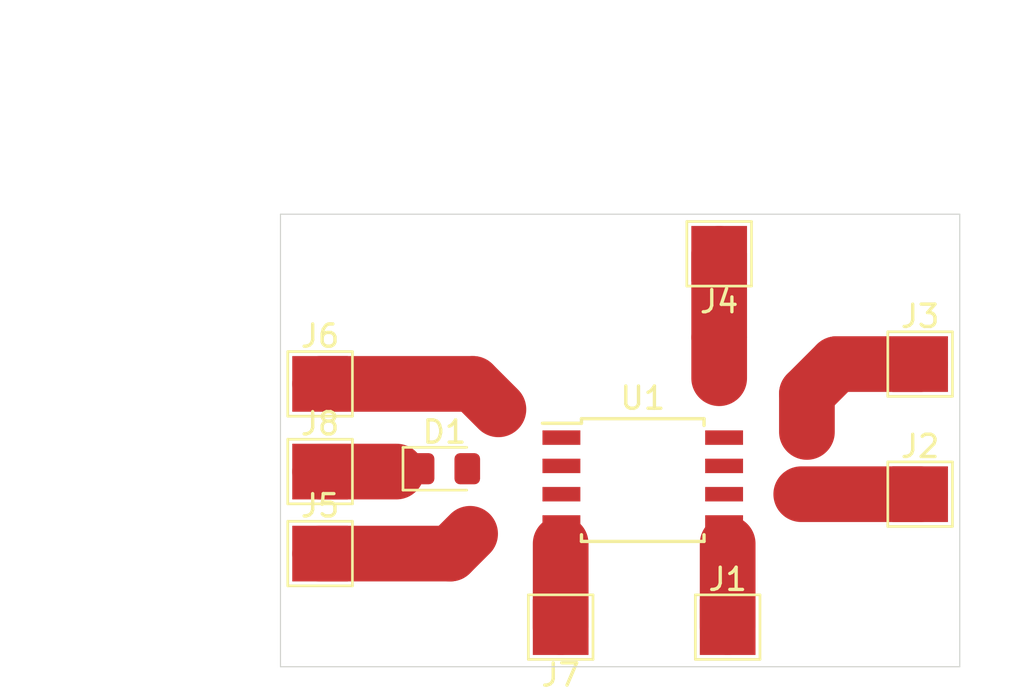
<source format=kicad_pcb>
(kicad_pcb (version 20171130) (host pcbnew "(5.1.2)-1")

  (general
    (thickness 1.6)
    (drawings 6)
    (tracks 13)
    (zones 0)
    (modules 10)
    (nets 9)
  )

  (page A4)
  (layers
    (0 F.Cu signal)
    (31 B.Cu signal)
    (32 B.Adhes user)
    (33 F.Adhes user)
    (34 B.Paste user)
    (35 F.Paste user)
    (36 B.SilkS user)
    (37 F.SilkS user)
    (38 B.Mask user)
    (39 F.Mask user)
    (40 Dwgs.User user)
    (41 Cmts.User user)
    (42 Eco1.User user)
    (43 Eco2.User user)
    (44 Edge.Cuts user)
    (45 Margin user)
    (46 B.CrtYd user)
    (47 F.CrtYd user)
    (48 B.Fab user)
    (49 F.Fab user)
  )

  (setup
    (last_trace_width 2.5)
    (user_trace_width 2.5)
    (trace_clearance 0.2)
    (zone_clearance 0.508)
    (zone_45_only no)
    (trace_min 0.2)
    (via_size 0.8)
    (via_drill 0.4)
    (via_min_size 0.4)
    (via_min_drill 0.3)
    (uvia_size 0.3)
    (uvia_drill 0.1)
    (uvias_allowed no)
    (uvia_min_size 0.2)
    (uvia_min_drill 0.1)
    (edge_width 0.05)
    (segment_width 0.2)
    (pcb_text_width 0.3)
    (pcb_text_size 1.5 1.5)
    (mod_edge_width 0.12)
    (mod_text_size 1 1)
    (mod_text_width 0.15)
    (pad_size 1.524 1.524)
    (pad_drill 0.762)
    (pad_to_mask_clearance 0.051)
    (solder_mask_min_width 0.25)
    (aux_axis_origin 0 0)
    (visible_elements FFFFFF7F)
    (pcbplotparams
      (layerselection 0x010fc_ffffffff)
      (usegerberextensions false)
      (usegerberattributes false)
      (usegerberadvancedattributes false)
      (creategerberjobfile false)
      (excludeedgelayer true)
      (linewidth 0.100000)
      (plotframeref false)
      (viasonmask false)
      (mode 1)
      (useauxorigin false)
      (hpglpennumber 1)
      (hpglpenspeed 20)
      (hpglpendiameter 15.000000)
      (psnegative false)
      (psa4output false)
      (plotreference true)
      (plotvalue true)
      (plotinvisibletext false)
      (padsonsilk false)
      (subtractmaskfromsilk false)
      (outputformat 1)
      (mirror false)
      (drillshape 1)
      (scaleselection 1)
      (outputdirectory ""))
  )

  (net 0 "")
  (net 1 VCC)
  (net 2 GND)
  (net 3 "Net-(J3-Pad1)")
  (net 4 "Net-(J2-Pad1)")
  (net 5 "Net-(J1-Pad1)")
  (net 6 "Net-(J5-Pad1)")
  (net 7 /LED_PIN)
  (net 8 "Net-(J6-Pad1)")

  (net_class Default "This is the default net class."
    (clearance 0.2)
    (trace_width 0.25)
    (via_dia 0.8)
    (via_drill 0.4)
    (uvia_dia 0.3)
    (uvia_drill 0.1)
    (add_net /LED_PIN)
    (add_net GND)
    (add_net "Net-(J1-Pad1)")
    (add_net "Net-(J2-Pad1)")
    (add_net "Net-(J3-Pad1)")
    (add_net "Net-(J5-Pad1)")
    (add_net "Net-(J6-Pad1)")
    (add_net VCC)
  )

  (module TestPoint:TestPoint_Pad_2.5x2.5mm (layer F.Cu) (tedit 5A0F774F) (tstamp 5E47548E)
    (at 128.778 75.057)
    (descr "SMD rectangular pad as test Point, square 2.5mm side length")
    (tags "test point SMD pad rectangle square")
    (path /5E4A1E51)
    (attr virtual)
    (fp_text reference J8 (at 0 -2.148) (layer F.SilkS)
      (effects (font (size 1 1) (thickness 0.15)))
    )
    (fp_text value Conn_01x01 (at 0 2.25) (layer F.Fab)
      (effects (font (size 1 1) (thickness 0.15)))
    )
    (fp_line (start 1.75 1.75) (end -1.75 1.75) (layer F.CrtYd) (width 0.05))
    (fp_line (start 1.75 1.75) (end 1.75 -1.75) (layer F.CrtYd) (width 0.05))
    (fp_line (start -1.75 -1.75) (end -1.75 1.75) (layer F.CrtYd) (width 0.05))
    (fp_line (start -1.75 -1.75) (end 1.75 -1.75) (layer F.CrtYd) (width 0.05))
    (fp_line (start -1.45 1.45) (end -1.45 -1.45) (layer F.SilkS) (width 0.12))
    (fp_line (start 1.45 1.45) (end -1.45 1.45) (layer F.SilkS) (width 0.12))
    (fp_line (start 1.45 -1.45) (end 1.45 1.45) (layer F.SilkS) (width 0.12))
    (fp_line (start -1.45 -1.45) (end 1.45 -1.45) (layer F.SilkS) (width 0.12))
    (fp_text user %R (at 0 -2.15) (layer F.Fab)
      (effects (font (size 1 1) (thickness 0.15)))
    )
    (pad 1 smd rect (at 0 0) (size 2.5 2.5) (layers F.Cu F.Mask)
      (net 2 GND))
  )

  (module TestPoint:TestPoint_Pad_2.5x2.5mm (layer F.Cu) (tedit 5A0F774F) (tstamp 5E475199)
    (at 139.573 82.042 180)
    (descr "SMD rectangular pad as test Point, square 2.5mm side length")
    (tags "test point SMD pad rectangle square")
    (path /5E49DFE7)
    (attr virtual)
    (fp_text reference J7 (at 0 -2.148) (layer F.SilkS)
      (effects (font (size 1 1) (thickness 0.15)))
    )
    (fp_text value Conn_01x01 (at 0 2.25) (layer F.Fab)
      (effects (font (size 1 1) (thickness 0.15)))
    )
    (fp_line (start 1.75 1.75) (end -1.75 1.75) (layer F.CrtYd) (width 0.05))
    (fp_line (start 1.75 1.75) (end 1.75 -1.75) (layer F.CrtYd) (width 0.05))
    (fp_line (start -1.75 -1.75) (end -1.75 1.75) (layer F.CrtYd) (width 0.05))
    (fp_line (start -1.75 -1.75) (end 1.75 -1.75) (layer F.CrtYd) (width 0.05))
    (fp_line (start -1.45 1.45) (end -1.45 -1.45) (layer F.SilkS) (width 0.12))
    (fp_line (start 1.45 1.45) (end -1.45 1.45) (layer F.SilkS) (width 0.12))
    (fp_line (start 1.45 -1.45) (end 1.45 1.45) (layer F.SilkS) (width 0.12))
    (fp_line (start -1.45 -1.45) (end 1.45 -1.45) (layer F.SilkS) (width 0.12))
    (fp_text user %R (at 0 -2.15) (layer F.Fab)
      (effects (font (size 1 1) (thickness 0.15)))
    )
    (pad 1 smd rect (at 0 0 180) (size 2.5 2.5) (layers F.Cu F.Mask)
      (net 2 GND))
  )

  (module TestPoint:TestPoint_Pad_2.5x2.5mm (layer F.Cu) (tedit 5A0F774F) (tstamp 5E475157)
    (at 146.685 65.278 180)
    (descr "SMD rectangular pad as test Point, square 2.5mm side length")
    (tags "test point SMD pad rectangle square")
    (path /5E49D7C9)
    (attr virtual)
    (fp_text reference J4 (at 0 -2.148) (layer F.SilkS)
      (effects (font (size 1 1) (thickness 0.15)))
    )
    (fp_text value Conn_01x01 (at 0 2.25) (layer F.Fab)
      (effects (font (size 1 1) (thickness 0.15)))
    )
    (fp_line (start 1.75 1.75) (end -1.75 1.75) (layer F.CrtYd) (width 0.05))
    (fp_line (start 1.75 1.75) (end 1.75 -1.75) (layer F.CrtYd) (width 0.05))
    (fp_line (start -1.75 -1.75) (end -1.75 1.75) (layer F.CrtYd) (width 0.05))
    (fp_line (start -1.75 -1.75) (end 1.75 -1.75) (layer F.CrtYd) (width 0.05))
    (fp_line (start -1.45 1.45) (end -1.45 -1.45) (layer F.SilkS) (width 0.12))
    (fp_line (start 1.45 1.45) (end -1.45 1.45) (layer F.SilkS) (width 0.12))
    (fp_line (start 1.45 -1.45) (end 1.45 1.45) (layer F.SilkS) (width 0.12))
    (fp_line (start -1.45 -1.45) (end 1.45 -1.45) (layer F.SilkS) (width 0.12))
    (fp_text user %R (at 0 -2.15) (layer F.Fab)
      (effects (font (size 1 1) (thickness 0.15)))
    )
    (pad 1 smd rect (at 0 0 180) (size 2.5 2.5) (layers F.Cu F.Mask)
      (net 1 VCC))
  )

  (module TestPoint:TestPoint_Pad_2.5x2.5mm (layer F.Cu) (tedit 5A0F774F) (tstamp 5E474E45)
    (at 128.778 71.12)
    (descr "SMD rectangular pad as test Point, square 2.5mm side length")
    (tags "test point SMD pad rectangle square")
    (path /5E47A056)
    (attr virtual)
    (fp_text reference J6 (at 0 -2.148) (layer F.SilkS)
      (effects (font (size 1 1) (thickness 0.15)))
    )
    (fp_text value Conn_01x01 (at 0 2.25) (layer F.Fab)
      (effects (font (size 1 1) (thickness 0.15)))
    )
    (fp_line (start 1.75 1.75) (end -1.75 1.75) (layer F.CrtYd) (width 0.05))
    (fp_line (start 1.75 1.75) (end 1.75 -1.75) (layer F.CrtYd) (width 0.05))
    (fp_line (start -1.75 -1.75) (end -1.75 1.75) (layer F.CrtYd) (width 0.05))
    (fp_line (start -1.75 -1.75) (end 1.75 -1.75) (layer F.CrtYd) (width 0.05))
    (fp_line (start -1.45 1.45) (end -1.45 -1.45) (layer F.SilkS) (width 0.12))
    (fp_line (start 1.45 1.45) (end -1.45 1.45) (layer F.SilkS) (width 0.12))
    (fp_line (start 1.45 -1.45) (end 1.45 1.45) (layer F.SilkS) (width 0.12))
    (fp_line (start -1.45 -1.45) (end 1.45 -1.45) (layer F.SilkS) (width 0.12))
    (fp_text user %R (at 0 -2.15) (layer F.Fab)
      (effects (font (size 1 1) (thickness 0.15)))
    )
    (pad 1 smd rect (at 0 0) (size 2.5 2.5) (layers F.Cu F.Mask)
      (net 8 "Net-(J6-Pad1)"))
  )

  (module TestPoint:TestPoint_Pad_2.5x2.5mm (layer F.Cu) (tedit 5A0F774F) (tstamp 5E474E37)
    (at 128.778 78.74)
    (descr "SMD rectangular pad as test Point, square 2.5mm side length")
    (tags "test point SMD pad rectangle square")
    (path /5E47A061)
    (attr virtual)
    (fp_text reference J5 (at 0 -2.148) (layer F.SilkS)
      (effects (font (size 1 1) (thickness 0.15)))
    )
    (fp_text value Conn_01x01 (at 0 2.25) (layer F.Fab)
      (effects (font (size 1 1) (thickness 0.15)))
    )
    (fp_line (start 1.75 1.75) (end -1.75 1.75) (layer F.CrtYd) (width 0.05))
    (fp_line (start 1.75 1.75) (end 1.75 -1.75) (layer F.CrtYd) (width 0.05))
    (fp_line (start -1.75 -1.75) (end -1.75 1.75) (layer F.CrtYd) (width 0.05))
    (fp_line (start -1.75 -1.75) (end 1.75 -1.75) (layer F.CrtYd) (width 0.05))
    (fp_line (start -1.45 1.45) (end -1.45 -1.45) (layer F.SilkS) (width 0.12))
    (fp_line (start 1.45 1.45) (end -1.45 1.45) (layer F.SilkS) (width 0.12))
    (fp_line (start 1.45 -1.45) (end 1.45 1.45) (layer F.SilkS) (width 0.12))
    (fp_line (start -1.45 -1.45) (end 1.45 -1.45) (layer F.SilkS) (width 0.12))
    (fp_text user %R (at 0 -2.15) (layer F.Fab)
      (effects (font (size 1 1) (thickness 0.15)))
    )
    (pad 1 smd rect (at 0 0) (size 2.5 2.5) (layers F.Cu F.Mask)
      (net 6 "Net-(J5-Pad1)"))
  )

  (module TestPoint:TestPoint_Pad_2.5x2.5mm (layer F.Cu) (tedit 5A0F774F) (tstamp 5E474E29)
    (at 155.702 70.231)
    (descr "SMD rectangular pad as test Point, square 2.5mm side length")
    (tags "test point SMD pad rectangle square")
    (path /5E476AF3)
    (attr virtual)
    (fp_text reference J3 (at 0 -2.148) (layer F.SilkS)
      (effects (font (size 1 1) (thickness 0.15)))
    )
    (fp_text value Conn_01x01 (at 0 2.25) (layer F.Fab)
      (effects (font (size 1 1) (thickness 0.15)))
    )
    (fp_line (start 1.75 1.75) (end -1.75 1.75) (layer F.CrtYd) (width 0.05))
    (fp_line (start 1.75 1.75) (end 1.75 -1.75) (layer F.CrtYd) (width 0.05))
    (fp_line (start -1.75 -1.75) (end -1.75 1.75) (layer F.CrtYd) (width 0.05))
    (fp_line (start -1.75 -1.75) (end 1.75 -1.75) (layer F.CrtYd) (width 0.05))
    (fp_line (start -1.45 1.45) (end -1.45 -1.45) (layer F.SilkS) (width 0.12))
    (fp_line (start 1.45 1.45) (end -1.45 1.45) (layer F.SilkS) (width 0.12))
    (fp_line (start 1.45 -1.45) (end 1.45 1.45) (layer F.SilkS) (width 0.12))
    (fp_line (start -1.45 -1.45) (end 1.45 -1.45) (layer F.SilkS) (width 0.12))
    (fp_text user %R (at 0 -2.15) (layer F.Fab)
      (effects (font (size 1 1) (thickness 0.15)))
    )
    (pad 1 smd rect (at 0 0) (size 2.5 2.5) (layers F.Cu F.Mask)
      (net 3 "Net-(J3-Pad1)"))
  )

  (module TestPoint:TestPoint_Pad_2.5x2.5mm (layer F.Cu) (tedit 5A0F774F) (tstamp 5E474E1B)
    (at 155.702 76.073)
    (descr "SMD rectangular pad as test Point, square 2.5mm side length")
    (tags "test point SMD pad rectangle square")
    (path /5E472E53)
    (attr virtual)
    (fp_text reference J2 (at 0 -2.148) (layer F.SilkS)
      (effects (font (size 1 1) (thickness 0.15)))
    )
    (fp_text value Conn_01x01 (at 0 2.25) (layer F.Fab)
      (effects (font (size 1 1) (thickness 0.15)))
    )
    (fp_line (start 1.75 1.75) (end -1.75 1.75) (layer F.CrtYd) (width 0.05))
    (fp_line (start 1.75 1.75) (end 1.75 -1.75) (layer F.CrtYd) (width 0.05))
    (fp_line (start -1.75 -1.75) (end -1.75 1.75) (layer F.CrtYd) (width 0.05))
    (fp_line (start -1.75 -1.75) (end 1.75 -1.75) (layer F.CrtYd) (width 0.05))
    (fp_line (start -1.45 1.45) (end -1.45 -1.45) (layer F.SilkS) (width 0.12))
    (fp_line (start 1.45 1.45) (end -1.45 1.45) (layer F.SilkS) (width 0.12))
    (fp_line (start 1.45 -1.45) (end 1.45 1.45) (layer F.SilkS) (width 0.12))
    (fp_line (start -1.45 -1.45) (end 1.45 -1.45) (layer F.SilkS) (width 0.12))
    (fp_text user %R (at 0 -2.15) (layer F.Fab)
      (effects (font (size 1 1) (thickness 0.15)))
    )
    (pad 1 smd rect (at 0 0) (size 2.5 2.5) (layers F.Cu F.Mask)
      (net 4 "Net-(J2-Pad1)"))
  )

  (module TestPoint:TestPoint_Pad_2.5x2.5mm (layer F.Cu) (tedit 5A0F774F) (tstamp 5E474E0D)
    (at 147.066 82.042)
    (descr "SMD rectangular pad as test Point, square 2.5mm side length")
    (tags "test point SMD pad rectangle square")
    (path /5E471C87)
    (attr virtual)
    (fp_text reference J1 (at 0 -2.148) (layer F.SilkS)
      (effects (font (size 1 1) (thickness 0.15)))
    )
    (fp_text value Conn_01x01 (at 0 2.25) (layer F.Fab)
      (effects (font (size 1 1) (thickness 0.15)))
    )
    (fp_line (start 1.75 1.75) (end -1.75 1.75) (layer F.CrtYd) (width 0.05))
    (fp_line (start 1.75 1.75) (end 1.75 -1.75) (layer F.CrtYd) (width 0.05))
    (fp_line (start -1.75 -1.75) (end -1.75 1.75) (layer F.CrtYd) (width 0.05))
    (fp_line (start -1.75 -1.75) (end 1.75 -1.75) (layer F.CrtYd) (width 0.05))
    (fp_line (start -1.45 1.45) (end -1.45 -1.45) (layer F.SilkS) (width 0.12))
    (fp_line (start 1.45 1.45) (end -1.45 1.45) (layer F.SilkS) (width 0.12))
    (fp_line (start 1.45 -1.45) (end 1.45 1.45) (layer F.SilkS) (width 0.12))
    (fp_line (start -1.45 -1.45) (end 1.45 -1.45) (layer F.SilkS) (width 0.12))
    (fp_text user %R (at 0 -2.15) (layer F.Fab)
      (effects (font (size 1 1) (thickness 0.15)))
    )
    (pad 1 smd rect (at 0 0) (size 2.5 2.5) (layers F.Cu F.Mask)
      (net 5 "Net-(J1-Pad1)"))
  )

  (module LED_SMD:LED_0805_2012Metric_Pad1.15x1.40mm_HandSolder (layer F.Cu) (tedit 5B4B45C9) (tstamp 5E474DFF)
    (at 134.357 74.93)
    (descr "LED SMD 0805 (2012 Metric), square (rectangular) end terminal, IPC_7351 nominal, (Body size source: https://docs.google.com/spreadsheets/d/1BsfQQcO9C6DZCsRaXUlFlo91Tg2WpOkGARC1WS5S8t0/edit?usp=sharing), generated with kicad-footprint-generator")
    (tags "LED handsolder")
    (path /5E48403C)
    (attr smd)
    (fp_text reference D1 (at 0 -1.65 -180) (layer F.SilkS)
      (effects (font (size 1 1) (thickness 0.15)))
    )
    (fp_text value LED (at 0 1.65 -180) (layer F.Fab)
      (effects (font (size 1 1) (thickness 0.15)))
    )
    (fp_text user %R (at 4.826 0 -180) (layer F.Fab)
      (effects (font (size 0.5 0.5) (thickness 0.08)))
    )
    (fp_line (start 1.85 0.95) (end -1.85 0.95) (layer F.CrtYd) (width 0.05))
    (fp_line (start 1.85 -0.95) (end 1.85 0.95) (layer F.CrtYd) (width 0.05))
    (fp_line (start -1.85 -0.95) (end 1.85 -0.95) (layer F.CrtYd) (width 0.05))
    (fp_line (start -1.85 0.95) (end -1.85 -0.95) (layer F.CrtYd) (width 0.05))
    (fp_line (start -1.86 0.96) (end 1 0.96) (layer F.SilkS) (width 0.12))
    (fp_line (start -1.86 -0.96) (end -1.86 0.96) (layer F.SilkS) (width 0.12))
    (fp_line (start 1 -0.96) (end -1.86 -0.96) (layer F.SilkS) (width 0.12))
    (fp_line (start 1 0.6) (end 1 -0.6) (layer F.Fab) (width 0.1))
    (fp_line (start -1 0.6) (end 1 0.6) (layer F.Fab) (width 0.1))
    (fp_line (start -1 -0.3) (end -1 0.6) (layer F.Fab) (width 0.1))
    (fp_line (start -0.7 -0.6) (end -1 -0.3) (layer F.Fab) (width 0.1))
    (fp_line (start 1 -0.6) (end -0.7 -0.6) (layer F.Fab) (width 0.1))
    (pad 2 smd roundrect (at 1.025 0) (size 1.15 1.4) (layers F.Cu F.Paste F.Mask) (roundrect_rratio 0.217391)
      (net 7 /LED_PIN))
    (pad 1 smd roundrect (at -1.025 0) (size 1.15 1.4) (layers F.Cu F.Paste F.Mask) (roundrect_rratio 0.217391)
      (net 2 GND))
    (model ${KISYS3DMOD}/LED_SMD.3dshapes/LED_0805_2012Metric.wrl
      (at (xyz 0 0 0))
      (scale (xyz 1 1 1))
      (rotate (xyz 0 0 0))
    )
  )

  (module Package_SO:SOIJ-8_5.3x5.3mm_P1.27mm (layer F.Cu) (tedit 5A02F2D3) (tstamp 5E46DF43)
    (at 143.256 75.438)
    (descr "8-Lead Plastic Small Outline (SM) - Medium, 5.28 mm Body [SOIC] (see Microchip Packaging Specification 00000049BS.pdf)")
    (tags "SOIC 1.27")
    (path /5E46DE9B)
    (attr smd)
    (fp_text reference U1 (at 0 -3.68) (layer F.SilkS)
      (effects (font (size 1 1) (thickness 0.15)))
    )
    (fp_text value ATtiny85V-10SU (at 0 3.68) (layer F.Fab)
      (effects (font (size 1 1) (thickness 0.15)))
    )
    (fp_line (start -2.75 -2.55) (end -4.5 -2.55) (layer F.SilkS) (width 0.15))
    (fp_line (start -2.75 2.755) (end 2.75 2.755) (layer F.SilkS) (width 0.15))
    (fp_line (start -2.75 -2.755) (end 2.75 -2.755) (layer F.SilkS) (width 0.15))
    (fp_line (start -2.75 2.755) (end -2.75 2.455) (layer F.SilkS) (width 0.15))
    (fp_line (start 2.75 2.755) (end 2.75 2.455) (layer F.SilkS) (width 0.15))
    (fp_line (start 2.75 -2.755) (end 2.75 -2.455) (layer F.SilkS) (width 0.15))
    (fp_line (start -2.75 -2.755) (end -2.75 -2.55) (layer F.SilkS) (width 0.15))
    (fp_line (start -4.75 2.95) (end 4.75 2.95) (layer F.CrtYd) (width 0.05))
    (fp_line (start -4.75 -2.95) (end 4.75 -2.95) (layer F.CrtYd) (width 0.05))
    (fp_line (start 4.75 -2.95) (end 4.75 2.95) (layer F.CrtYd) (width 0.05))
    (fp_line (start -4.75 -2.95) (end -4.75 2.95) (layer F.CrtYd) (width 0.05))
    (fp_line (start -2.65 -1.65) (end -1.65 -2.65) (layer F.Fab) (width 0.15))
    (fp_line (start -2.65 2.65) (end -2.65 -1.65) (layer F.Fab) (width 0.15))
    (fp_line (start 2.65 2.65) (end -2.65 2.65) (layer F.Fab) (width 0.15))
    (fp_line (start 2.65 -2.65) (end 2.65 2.65) (layer F.Fab) (width 0.15))
    (fp_line (start -1.65 -2.65) (end 2.65 -2.65) (layer F.Fab) (width 0.15))
    (fp_text user %R (at 0 0) (layer F.Fab)
      (effects (font (size 1 1) (thickness 0.15)))
    )
    (pad 8 smd rect (at 3.65 -1.905) (size 1.7 0.65) (layers F.Cu F.Paste F.Mask)
      (net 1 VCC))
    (pad 7 smd rect (at 3.65 -0.635) (size 1.7 0.65) (layers F.Cu F.Paste F.Mask)
      (net 3 "Net-(J3-Pad1)"))
    (pad 6 smd rect (at 3.65 0.635) (size 1.7 0.65) (layers F.Cu F.Paste F.Mask)
      (net 4 "Net-(J2-Pad1)"))
    (pad 5 smd rect (at 3.65 1.905) (size 1.7 0.65) (layers F.Cu F.Paste F.Mask)
      (net 5 "Net-(J1-Pad1)"))
    (pad 4 smd rect (at -3.65 1.905) (size 1.7 0.65) (layers F.Cu F.Paste F.Mask)
      (net 2 GND))
    (pad 3 smd rect (at -3.65 0.635) (size 1.7 0.65) (layers F.Cu F.Paste F.Mask)
      (net 6 "Net-(J5-Pad1)"))
    (pad 2 smd rect (at -3.65 -0.635) (size 1.7 0.65) (layers F.Cu F.Paste F.Mask)
      (net 7 /LED_PIN))
    (pad 1 smd rect (at -3.65 -1.905) (size 1.7 0.65) (layers F.Cu F.Paste F.Mask)
      (net 8 "Net-(J6-Pad1)"))
    (model ${KISYS3DMOD}/Package_SO.3dshapes/SOIJ-8_5.3x5.3mm_P1.27mm.wrl
      (at (xyz 0 0 0))
      (scale (xyz 1 1 1))
      (rotate (xyz 0 0 0))
    )
  )

  (dimension 20.32 (width 0.15) (layer Dwgs.User)
    (gr_text "20.320 mm" (at 118.08 73.66 270) (layer Dwgs.User)
      (effects (font (size 1 1) (thickness 0.15)))
    )
    (feature1 (pts (xy 127 83.82) (xy 118.793579 83.82)))
    (feature2 (pts (xy 127 63.5) (xy 118.793579 63.5)))
    (crossbar (pts (xy 119.38 63.5) (xy 119.38 83.82)))
    (arrow1a (pts (xy 119.38 83.82) (xy 118.793579 82.693496)))
    (arrow1b (pts (xy 119.38 83.82) (xy 119.966421 82.693496)))
    (arrow2a (pts (xy 119.38 63.5) (xy 118.793579 64.626504)))
    (arrow2b (pts (xy 119.38 63.5) (xy 119.966421 64.626504)))
  )
  (dimension 30.48 (width 0.15) (layer Dwgs.User)
    (gr_text "30.480 mm" (at 142.24 54.58) (layer Dwgs.User)
      (effects (font (size 1 1) (thickness 0.15)))
    )
    (feature1 (pts (xy 157.48 63.5) (xy 157.48 55.293579)))
    (feature2 (pts (xy 127 63.5) (xy 127 55.293579)))
    (crossbar (pts (xy 127 55.88) (xy 157.48 55.88)))
    (arrow1a (pts (xy 157.48 55.88) (xy 156.353496 56.466421)))
    (arrow1b (pts (xy 157.48 55.88) (xy 156.353496 55.293579)))
    (arrow2a (pts (xy 127 55.88) (xy 128.126504 56.466421)))
    (arrow2b (pts (xy 127 55.88) (xy 128.126504 55.293579)))
  )
  (gr_line (start 127 83.82) (end 127 63.5) (layer Edge.Cuts) (width 0.05) (tstamp 5E474F1B))
  (gr_line (start 157.48 83.82) (end 127 83.82) (layer Edge.Cuts) (width 0.05))
  (gr_line (start 157.48 63.5) (end 157.48 83.82) (layer Edge.Cuts) (width 0.05))
  (gr_line (start 127 63.5) (end 157.48 63.5) (layer Edge.Cuts) (width 0.05))

  (segment (start 146.685 65.278) (end 146.685 69.028) (width 2.5) (layer F.Cu) (net 1))
  (segment (start 146.685 69.028) (end 146.685 70.866) (width 2.5) (layer F.Cu) (net 1))
  (segment (start 128.778 75.057) (end 132.207 75.057) (width 2.5) (layer F.Cu) (net 2))
  (segment (start 139.573 82.042) (end 139.573 78.292) (width 2.5) (layer F.Cu) (net 2))
  (segment (start 151.952 70.231) (end 150.622 71.561) (width 2.5) (layer F.Cu) (net 3))
  (segment (start 155.702 70.231) (end 151.952 70.231) (width 2.5) (layer F.Cu) (net 3))
  (segment (start 150.622 71.561) (end 150.622 73.279) (width 2.5) (layer F.Cu) (net 3))
  (segment (start 155.702 76.073) (end 150.368 76.073) (width 2.5) (layer F.Cu) (net 4))
  (segment (start 147.066 82.042) (end 147.066 78.292) (width 2.5) (layer F.Cu) (net 5))
  (segment (start 128.778 78.74) (end 134.62 78.74) (width 2.5) (layer F.Cu) (net 6))
  (segment (start 134.62 78.74) (end 135.509 77.851) (width 2.5) (layer F.Cu) (net 6))
  (segment (start 128.778 71.12) (end 135.636 71.12) (width 2.5) (layer F.Cu) (net 8))
  (segment (start 135.636 71.12) (end 136.779 72.263) (width 2.5) (layer F.Cu) (net 8))

)

</source>
